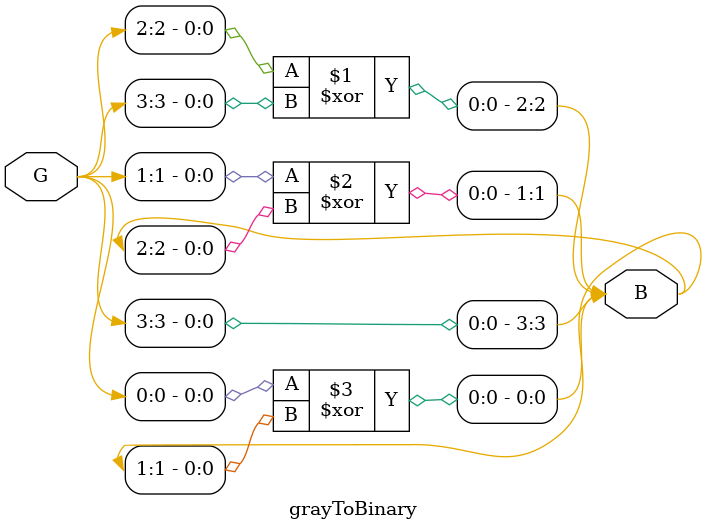
<source format=v>
module grayToBinary(B,G);
  output wire [3:0] B;
  input wire [3:0] G;
  
  assign B[3] = G[3];
  
  xor OP1(B[2],G[2],B[3]);
  xor OP2(B[1],G[1],B[2]);
  xor OP3(B[0],G[0],B[1]);
  
endmodule
  
</source>
